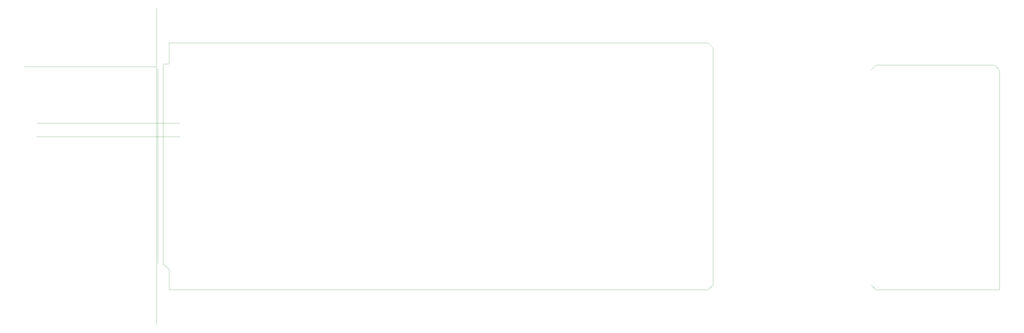
<source format=gm1>
G04*
G04 #@! TF.GenerationSoftware,Altium Limited,Altium Designer,24.7.2 (38)*
G04*
G04 Layer_Color=16711935*
%FSLAX25Y25*%
%MOIN*%
G70*
G04*
G04 #@! TF.SameCoordinates,7466D0F8-E9CD-42B0-AAD5-FE8217CC6D43*
G04*
G04*
G04 #@! TF.FilePolarity,Positive*
G04*
G01*
G75*
%ADD12C,0.00394*%
D12*
X1123995Y350394D02*
X1131868Y358268D01*
X1320845D01*
X1328719Y350394D01*
Y0D02*
Y350394D01*
X1324782Y0D02*
X1328719D01*
X1123995Y7874D02*
X1131868Y0D01*
X1324782D01*
X864327Y0D02*
X872200Y7873D01*
X5906Y0D02*
X864327D01*
X872200Y7873D02*
X872200Y385828D01*
X-787Y39370D02*
X4331Y34252D01*
X-3150Y39370D02*
X-787D01*
X-3937Y40157D02*
X-3150Y39370D01*
X-3937Y40157D02*
Y358662D01*
X-2362Y360236D01*
X4724D01*
X5906Y361417D01*
Y393701D01*
X864327Y393701D01*
X872200Y385828D01*
X5906Y0D02*
Y32677D01*
X4331Y34252D02*
X5906Y32677D01*
X-224410Y355620D02*
X-14451D01*
X-204331Y265748D02*
X22441D01*
X-205118Y244095D02*
X22441D01*
X-13953Y-56056D02*
Y449456D01*
X-12087Y352405D02*
X-12087Y42555D01*
M02*

</source>
